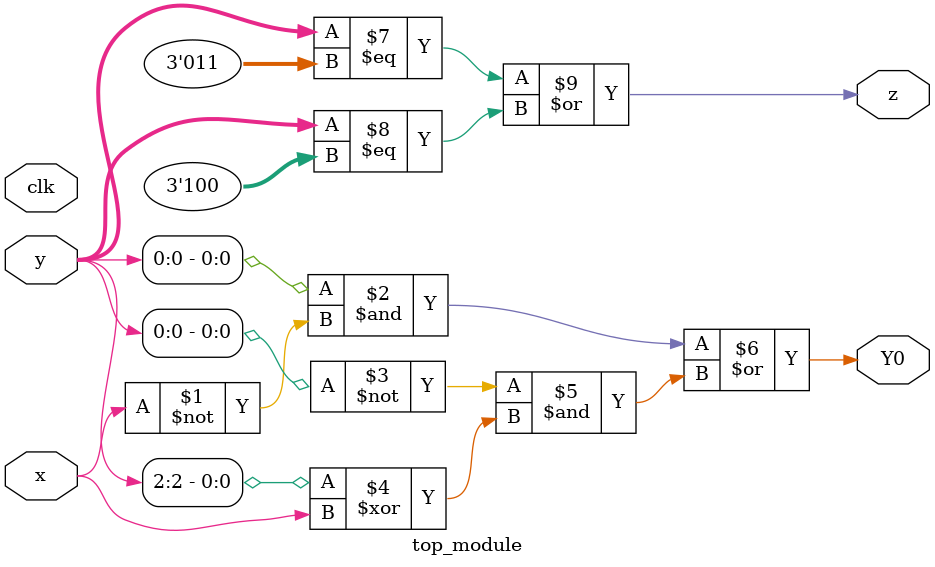
<source format=v>
module top_module (
    input clk,
    input [2:0] y,
    input x,
    output Y0,
    output z
);
    assign Y0 = (y[0]&(~x)) | ( (~y[0]) & (y[2]^x) );
    assign z  = (y == 3'b011) | (y == 3'b100);  //这个就只是实现一个逻辑的展现，并不要求状态转移的东西
endmodule
</source>
